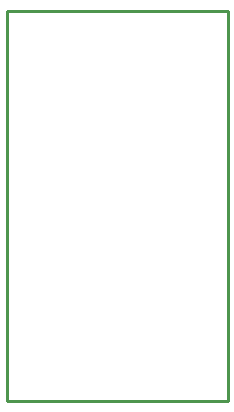
<source format=gko>
G04 Layer: BoardOutlineLayer*
G04 EasyEDA v6.5.34, 2023-08-10 18:14:54*
G04 61c515f7e5544ef1bb628199d2442a0d,5a6b42c53f6a479593ecc07194224c93,10*
G04 Gerber Generator version 0.2*
G04 Scale: 100 percent, Rotated: No, Reflected: No *
G04 Dimensions in millimeters *
G04 leading zeros omitted , absolute positions ,4 integer and 5 decimal *
%FSLAX45Y45*%
%MOMM*%

%ADD10C,0.2540*%
D10*
X12865100Y8153400D02*
G01*
X12865100Y11455400D01*
X14732000Y11455400D01*
X14732000Y8153400D01*
X12865100Y8153400D01*

%LPD*%
M02*

</source>
